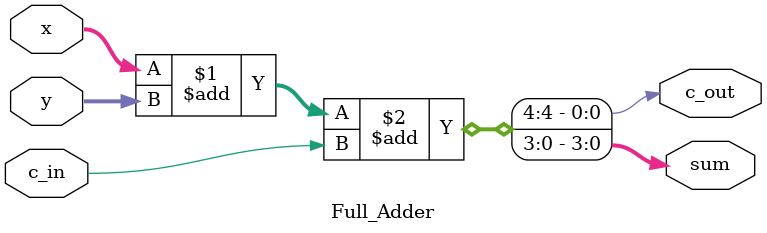
<source format=v>
`timescale 1ns / 1ps

module Full_Adder(x, y, c_in, sum, c_out);

input [3:0] x, y;
input c_in;
output [3:0] sum;
output c_out;

    assign {c_out, sum} = x + y + c_in;
    
endmodule

</source>
